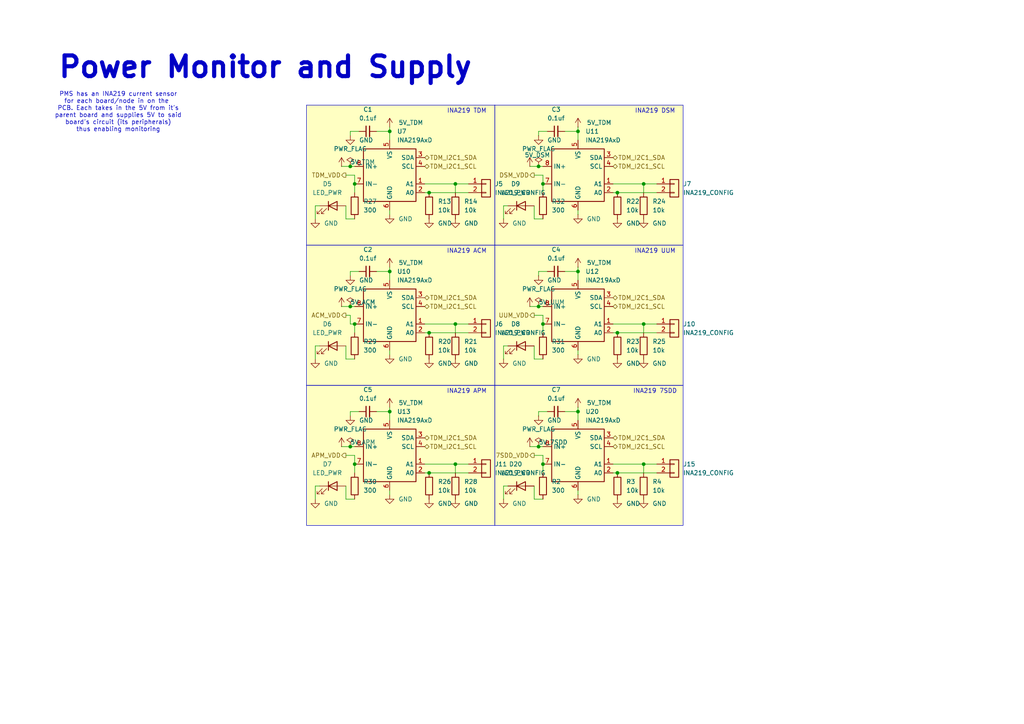
<source format=kicad_sch>
(kicad_sch (version 20250114) (generator "eeschema") (generator_version "9.0")
  (paper "A4")
  (title_block (date "2025-07-21") (rev "2"))
  (lib_symbols
    (symbol "Connector_Generic:Conn_01x02" (pin_names (offset 1.016) (hide yes))
      (property "Reference" "J" (at 0 2.54 0))
      (property "Value" "Conn_01x02" (at 0 -5.08 0))
      (symbol "Conn_01x02_1_1"
        (rectangle (start -1.27 1.27) (end 1.27 -3.81) (stroke (width 0.254)) (fill (type background)))
        (rectangle (start -1.27 0.127) (end 0 -0.127) (stroke (width 0.1524)))
        (rectangle (start -1.27 -2.413) (end 0 -2.667) (stroke (width 0.1524)))
        (pin passive line (at -5.08 0 0) (length 3.81) (name "Pin_1") (number "1"))
        (pin passive line (at -5.08 -2.54 0) (length 3.81) (name "Pin_2") (number "2"))
      )
    )
    (symbol "Device:C_Small" (pin_numbers (hide yes)) (pin_names (offset 0.254) (hide yes))
      (property "Reference" "C" (at 0.254 1.778 0))
      (property "Value" "C_Small" (at 0.254 -2.032 0))
      (symbol "C_Small_0_1"
        (polyline (pts (xy -1.524 0.508) (xy 1.524 0.508)) (stroke (width 0.3048)))
        (polyline (pts (xy -1.524 -0.508) (xy 1.524 -0.508)) (stroke (width 0.3302)))
      )
      (symbol "C_Small_1_1"
        (pin passive line (at 0 2.54 270) (length 2.032) (name "~") (number "1"))
        (pin passive line (at 0 -2.54 90) (length 2.032) (name "~") (number "2"))
      )
    )
    (symbol "Device:LED" (pin_numbers (hide yes)) (pin_names (offset 1.016) (hide yes))
      (property "Reference" "D" (at 0 2.54 0))
      (property "Value" "LED" (at 0 -2.54 0))
      (symbol "LED_0_1"
        (polyline (pts (xy -3.048 -0.762) (xy -4.572 -2.286) (xy -3.81 -2.286) (xy -4.572 -2.286) (xy -4.572 -1.524)))
        (polyline (pts (xy -1.778 -0.762) (xy -3.302 -2.286) (xy -2.54 -2.286) (xy -3.302 -2.286) (xy -3.302 -1.524)))
        (polyline (pts (xy -1.27 0) (xy 1.27 0)))
        (polyline (pts (xy -1.27 -1.27) (xy -1.27 1.27)) (stroke (width 0.254)))
        (polyline (pts (xy 1.27 -1.27) (xy 1.27 1.27) (xy -1.27 0) (xy 1.27 -1.27)) (stroke (width 0.254)))
      )
      (symbol "LED_1_1"
        (pin passive line (at -3.81 0 0) (length 2.54) (name "K") (number "1"))
        (pin passive line (at 3.81 0 180) (length 2.54) (name "A") (number "2"))
      )
    )
    (symbol "Device:R" (pin_numbers (hide yes)) (pin_names (offset 0))
      (property "Reference" "R" (at 2.032 0 90))
      (property "Value" "R" (at 0 0 90))
      (symbol "R_0_1"
        (rectangle (start -1.016 -2.54) (end 1.016 2.54) (stroke (width 0.254)))
      )
      (symbol "R_1_1"
        (pin passive line (at 0 3.81 270) (length 1.27) (name "~") (number "1"))
        (pin passive line (at 0 -3.81 90) (length 1.27) (name "~") (number "2"))
      )
    )
    (symbol "Sensor_Energy:INA219AxD"
      (property "Reference" "U" (at -6.35 8.89 0))
      (property "Value" "INA219AxD" (at 5.08 8.89 0))
      (symbol "INA219AxD_0_1"
        (rectangle (start -7.62 7.62) (end 7.62 -7.62) (stroke (width 0.254)) (fill (type background)))
      )
      (symbol "INA219AxD_1_1"
        (pin input line (at -10.16 2.54 0) (length 2.54) (name "IN+") (number "8"))
        (pin input line (at -10.16 -2.54 0) (length 2.54) (name "IN-") (number "7"))
        (pin power_in line (at 0 10.16 270) (length 2.54) (name "VS") (number "5"))
        (pin power_in line (at 0 -10.16 90) (length 2.54) (name "GND") (number "6"))
        (pin bidirectional line (at 10.16 5.08 180) (length 2.54) (name "SDA") (number "3"))
        (pin input line (at 10.16 2.54 180) (length 2.54) (name "SCL") (number "4"))
        (pin input line (at 10.16 -2.54 180) (length 2.54) (name "A1") (number "1"))
        (pin input line (at 10.16 -5.08 180) (length 2.54) (name "A0") (number "2"))
      )
    )
    (symbol "power:+5V" (power) (pin_numbers (hide yes)) (pin_names (offset 0) (hide yes))
      (property "Value" "+5V" (at 0 3.556 0))
      (symbol "+5V_0_1"
        (polyline (pts (xy -0.762 1.27) (xy 0 2.54)))
        (polyline (pts (xy 0 2.54) (xy 0.762 1.27)))
        (polyline (pts (xy 0 0) (xy 0 2.54)))
      )
      (symbol "+5V_1_1"
        (pin power_in line (at 0 0 90) (length 0) (name "~") (number "1"))
      )
    )
    (symbol "power:GND" (power) (pin_numbers (hide yes)) (pin_names (offset 0) (hide yes))
      (property "Value" "GND" (at 0 -3.81 0))
      (symbol "GND_0_1"
        (polyline (pts (xy 0 0) (xy 0 -1.27) (xy 1.27 -1.27) (xy 0 -2.54) (xy -1.27 -1.27) (xy 0 -1.27)))
      )
      (symbol "GND_1_1"
        (pin power_in line (at 0 0 270) (length 0) (name "~") (number "1"))
      )
    )
    (symbol "power:PWR_FLAG" (power) (pin_numbers (hide yes)) (pin_names (offset 0) (hide yes))
      (property "Value" "PWR_FLAG" (at 0 3.81 0))
      (symbol "PWR_FLAG_0_0"
        (pin power_out line (at 0 0 90) (length 0) (name "~") (number "1"))
      )
      (symbol "PWR_FLAG_0_1"
        (polyline (pts (xy 0 0) (xy 0 1.27) (xy -1.016 1.905) (xy 0 2.54) (xy 1.016 1.905) (xy 0 1.27)))
      )
    )
  )
  (rectangle (start 143.51 71.12) (end 198.12 111.76) (fill (type color) (color 255 255 194 1)))
  (rectangle (start 88.9 71.12) (end 143.51 111.76) (fill (type color) (color 255 255 194 1)))
  (rectangle (start 143.51 30.48) (end 198.12 71.12) (fill (type color) (color 255 255 194 1)))
  (rectangle (start 88.9 111.76) (end 143.51 152.4) (fill (type color) (color 255 255 194 1)))
  (rectangle (start 143.51 111.76) (end 198.12 152.4) (fill (type color) (color 255 255 194 1)))
  (rectangle (start 88.9 30.48) (end 143.51 71.12) (fill (type color) (color 255 255 194 1)))
  (text "PMS has an INA219 current sensor\nfor each board/node in on the \nPCB. Each takes in the 5V from it's\nparent board and supplies 5V to said\nboard's circuit (its peripherals)\nthus enabling monitoring" (at 34.29 32.512 0) (effects (font (size 1.27 1.27))))
  (text "INA219 ACM" (at 135.382 72.898 0) (effects (font (size 1.27 1.27))))
  (text "Power Monitor and Supply" (at 16.51 23.114 0) (effects (font (size 5.9944 5.9944) (thickness 1.1989) (bold yes)) (justify left bottom)))
  (text "INA219 UUM" (at 189.992 72.898 0) (effects (font (size 1.27 1.27))))
  (text "INA219 TDM" (at 135.382 32.258 0) (effects (font (size 1.27 1.27))))
  (text "INA219 APM" (at 135.382 113.538 0) (effects (font (size 1.27 1.27))))
  (text "INA219 DSM" (at 189.992 32.258 0) (effects (font (size 1.27 1.27))))
  (text "INA219 7SDD" (at 189.992 113.538 0) (effects (font (size 1.27 1.27))))
  (junction (at 186.69 93.98))
  (junction (at 167.64 119.38))
  (junction (at 132.08 93.98))
  (junction (at 157.48 53.34))
  (junction (at 157.48 93.98))
  (junction (at 186.69 53.34))
  (junction (at 113.03 119.38))
  (junction (at 124.46 96.52))
  (junction (at 124.46 137.16))
  (junction (at 101.6 129.54))
  (junction (at 156.21 88.9))
  (junction (at 124.46 55.88))
  (junction (at 167.64 38.1))
  (junction (at 167.64 78.74))
  (junction (at 156.21 48.26))
  (junction (at 179.07 96.52))
  (junction (at 157.48 134.62))
  (junction (at 179.07 137.16))
  (junction (at 113.03 78.74))
  (junction (at 102.87 53.34))
  (junction (at 102.87 134.62))
  (junction (at 186.69 134.62))
  (junction (at 179.07 55.88))
  (junction (at 101.6 88.9))
  (junction (at 101.6 48.26))
  (junction (at 132.08 134.62))
  (junction (at 102.87 93.98))
  (junction (at 113.03 38.1))
  (junction (at 156.21 129.54))
  (junction (at 132.08 53.34))
  (wire (pts (xy 186.69 134.62) (xy 186.69 137.16)))
  (wire (pts (xy 167.64 38.1) (xy 167.64 40.64)))
  (wire (pts (xy 132.08 53.34) (xy 132.08 55.88)))
  (wire (pts (xy 186.69 93.98) (xy 190.5 93.98)))
  (wire (pts (xy 132.08 93.98) (xy 132.08 96.52)))
  (wire (pts (xy 156.21 80.01) (xy 156.21 78.74)))
  (wire (pts (xy 102.87 96.52) (xy 102.87 93.98)))
  (wire (pts (xy 153.67 48.26) (xy 156.21 48.26)))
  (wire (pts (xy 157.48 132.08) (xy 157.48 134.62)))
  (wire (pts (xy 163.83 78.74) (xy 167.64 78.74)))
  (wire (pts (xy 177.8 55.88) (xy 179.07 55.88)))
  (wire (pts (xy 102.87 132.08) (xy 102.87 134.62)))
  (wire (pts (xy 154.94 59.69) (xy 154.94 63.5)))
  (wire (pts (xy 100.33 144.78) (xy 102.87 144.78)))
  (wire (pts (xy 146.05 144.78) (xy 146.05 140.97)))
  (wire (pts (xy 167.64 101.6) (xy 167.64 102.87)))
  (wire (pts (xy 132.08 134.62) (xy 132.08 137.16)))
  (wire (pts (xy 167.64 77.47) (xy 167.64 78.74)))
  (wire (pts (xy 156.21 129.54) (xy 157.48 129.54)))
  (wire (pts (xy 167.64 142.24) (xy 167.64 143.51)))
  (wire (pts (xy 146.05 59.69) (xy 147.32 59.69)))
  (wire (pts (xy 124.46 55.88) (xy 135.89 55.88)))
  (wire (pts (xy 91.44 104.14) (xy 91.44 100.33)))
  (wire (pts (xy 99.06 48.26) (xy 101.6 48.26)))
  (wire (pts (xy 124.46 96.52) (xy 135.89 96.52)))
  (wire (pts (xy 101.6 129.54) (xy 102.87 129.54)))
  (wire (pts (xy 101.6 39.37) (xy 101.6 38.1)))
  (wire (pts (xy 167.64 60.96) (xy 167.64 62.23)))
  (wire (pts (xy 113.03 38.1) (xy 113.03 40.64)))
  (wire (pts (xy 123.19 134.62) (xy 132.08 134.62)))
  (wire (pts (xy 123.19 137.16) (xy 124.46 137.16)))
  (wire (pts (xy 179.07 96.52) (xy 190.5 96.52)))
  (wire (pts (xy 146.05 63.5) (xy 146.05 59.69)))
  (wire (pts (xy 157.48 91.44) (xy 157.48 93.98)))
  (wire (pts (xy 100.33 63.5) (xy 102.87 63.5)))
  (wire (pts (xy 154.94 63.5) (xy 157.48 63.5)))
  (wire (pts (xy 123.19 93.98) (xy 132.08 93.98)))
  (wire (pts (xy 132.08 134.62) (xy 135.89 134.62)))
  (wire (pts (xy 154.94 50.8) (xy 157.48 50.8)))
  (wire (pts (xy 99.06 88.9) (xy 101.6 88.9)))
  (wire (pts (xy 167.64 118.11) (xy 167.64 119.38)))
  (wire (pts (xy 177.8 137.16) (xy 179.07 137.16)))
  (wire (pts (xy 113.03 101.6) (xy 113.03 102.87)))
  (wire (pts (xy 123.19 96.52) (xy 124.46 96.52)))
  (wire (pts (xy 100.33 140.97) (xy 100.33 144.78)))
  (wire (pts (xy 186.69 53.34) (xy 186.69 55.88)))
  (wire (pts (xy 163.83 119.38) (xy 167.64 119.38)))
  (wire (pts (xy 154.94 104.14) (xy 157.48 104.14)))
  (wire (pts (xy 102.87 55.88) (xy 102.87 53.34)))
  (wire (pts (xy 102.87 137.16) (xy 102.87 134.62)))
  (wire (pts (xy 101.6 48.26) (xy 102.87 48.26)))
  (wire (pts (xy 91.44 100.33) (xy 92.71 100.33)))
  (wire (pts (xy 101.6 80.01) (xy 101.6 78.74)))
  (wire (pts (xy 177.8 53.34) (xy 186.69 53.34)))
  (wire (pts (xy 100.33 104.14) (xy 102.87 104.14)))
  (wire (pts (xy 154.94 132.08) (xy 157.48 132.08)))
  (wire (pts (xy 99.06 129.54) (xy 101.6 129.54)))
  (wire (pts (xy 156.21 39.37) (xy 156.21 38.1)))
  (wire (pts (xy 146.05 104.14) (xy 146.05 100.33)))
  (wire (pts (xy 154.94 140.97) (xy 154.94 144.78)))
  (wire (pts (xy 154.94 91.44) (xy 157.48 91.44)))
  (wire (pts (xy 113.03 142.24) (xy 113.03 143.51)))
  (wire (pts (xy 100.33 50.8) (xy 102.87 50.8)))
  (wire (pts (xy 113.03 118.11) (xy 113.03 119.38)))
  (wire (pts (xy 177.8 93.98) (xy 186.69 93.98)))
  (wire (pts (xy 157.48 55.88) (xy 157.48 53.34)))
  (wire (pts (xy 157.48 96.52) (xy 157.48 93.98)))
  (wire (pts (xy 109.22 38.1) (xy 113.03 38.1)))
  (wire (pts (xy 154.94 100.33) (xy 154.94 104.14)))
  (wire (pts (xy 167.64 119.38) (xy 167.64 121.92)))
  (wire (pts (xy 177.8 96.52) (xy 179.07 96.52)))
  (wire (pts (xy 156.21 78.74) (xy 158.75 78.74)))
  (wire (pts (xy 113.03 36.83) (xy 113.03 38.1)))
  (wire (pts (xy 101.6 119.38) (xy 104.14 119.38)))
  (wire (pts (xy 101.6 88.9) (xy 102.87 88.9)))
  (wire (pts (xy 100.33 91.44) (xy 101.6 91.44)))
  (wire (pts (xy 156.21 48.26) (xy 157.48 48.26)))
  (wire (pts (xy 100.33 100.33) (xy 100.33 104.14)))
  (wire (pts (xy 102.87 132.08) (xy 100.33 132.08)))
  (wire (pts (xy 186.69 53.34) (xy 190.5 53.34)))
  (wire (pts (xy 102.87 50.8) (xy 102.87 53.34)))
  (wire (pts (xy 156.21 38.1) (xy 158.75 38.1)))
  (wire (pts (xy 186.69 93.98) (xy 186.69 96.52)))
  (wire (pts (xy 177.8 134.62) (xy 186.69 134.62)))
  (wire (pts (xy 113.03 119.38) (xy 113.03 121.92)))
  (wire (pts (xy 146.05 100.33) (xy 147.32 100.33)))
  (wire (pts (xy 101.6 91.44) (xy 101.6 93.98)))
  (wire (pts (xy 91.44 140.97) (xy 92.71 140.97)))
  (wire (pts (xy 153.67 129.54) (xy 156.21 129.54)))
  (wire (pts (xy 101.6 93.98) (xy 102.87 93.98)))
  (wire (pts (xy 179.07 137.16) (xy 190.5 137.16)))
  (wire (pts (xy 186.69 134.62) (xy 190.5 134.62)))
  (wire (pts (xy 153.67 88.9) (xy 156.21 88.9)))
  (wire (pts (xy 91.44 59.69) (xy 92.71 59.69)))
  (wire (pts (xy 101.6 120.65) (xy 101.6 119.38)))
  (wire (pts (xy 113.03 60.96) (xy 113.03 62.23)))
  (wire (pts (xy 101.6 78.74) (xy 104.14 78.74)))
  (wire (pts (xy 124.46 137.16) (xy 135.89 137.16)))
  (wire (pts (xy 163.83 38.1) (xy 167.64 38.1)))
  (wire (pts (xy 179.07 55.88) (xy 190.5 55.88)))
  (wire (pts (xy 156.21 88.9) (xy 157.48 88.9)))
  (wire (pts (xy 132.08 53.34) (xy 135.89 53.34)))
  (wire (pts (xy 91.44 63.5) (xy 91.44 59.69)))
  (wire (pts (xy 101.6 38.1) (xy 104.14 38.1)))
  (wire (pts (xy 91.44 144.78) (xy 91.44 140.97)))
  (wire (pts (xy 167.64 78.74) (xy 167.64 81.28)))
  (wire (pts (xy 156.21 119.38) (xy 158.75 119.38)))
  (wire (pts (xy 132.08 93.98) (xy 135.89 93.98)))
  (wire (pts (xy 109.22 78.74) (xy 113.03 78.74)))
  (wire (pts (xy 123.19 55.88) (xy 124.46 55.88)))
  (wire (pts (xy 109.22 119.38) (xy 113.03 119.38)))
  (wire (pts (xy 146.05 140.97) (xy 147.32 140.97)))
  (wire (pts (xy 156.21 120.65) (xy 156.21 119.38)))
  (wire (pts (xy 167.64 36.83) (xy 167.64 38.1)))
  (wire (pts (xy 154.94 144.78) (xy 157.48 144.78)))
  (wire (pts (xy 123.19 53.34) (xy 132.08 53.34)))
  (wire (pts (xy 113.03 78.74) (xy 113.03 81.28)))
  (wire (pts (xy 157.48 50.8) (xy 157.48 53.34)))
  (wire (pts (xy 157.48 137.16) (xy 157.48 134.62)))
  (wire (pts (xy 113.03 77.47) (xy 113.03 78.74)))
  (wire (pts (xy 100.33 59.69) (xy 100.33 63.5)))
  (hierarchical_label "TDM_I2C1_SCL" (shape bidirectional) (at 177.8 88.9 0))
  (hierarchical_label "TDM_I2C1_SDA" (shape bidirectional) (at 177.8 86.36 0))
  (hierarchical_label "TDM_I2C1_SCL" (shape bidirectional) (at 123.19 129.54 0))
  (hierarchical_label "DSM_VDD" (shape output) (at 154.94 50.8 180))
  (hierarchical_label "TDM_I2C1_SCL" (shape bidirectional) (at 177.8 48.26 0))
  (hierarchical_label "UUM_VDD" (shape output) (at 154.94 91.44 180))
  (hierarchical_label "TDM_I2C1_SDA" (shape bidirectional) (at 123.19 86.36 0))
  (hierarchical_label "TDM_I2C1_SCL" (shape bidirectional) (at 123.19 88.9 0))
  (hierarchical_label "TDM_I2C1_SDA" (shape bidirectional) (at 177.8 127 0))
  (hierarchical_label "TDM_VDD" (shape output) (at 100.33 50.8 180))
  (hierarchical_label "TDM_I2C1_SDA" (shape bidirectional) (at 123.19 45.72 0))
  (hierarchical_label "7SDD_VDD" (shape output) (at 154.94 132.08 180))
  (hierarchical_label "APM_VDD" (shape output) (at 100.33 132.08 180))
  (hierarchical_label "ACM_VDD" (shape output) (at 100.33 91.44 180))
  (hierarchical_label "TDM_I2C1_SCL" (shape bidirectional) (at 177.8 129.54 0))
  (hierarchical_label "TDM_I2C1_SCL" (shape bidirectional) (at 123.19 48.26 0))
  (hierarchical_label "TDM_I2C1_SDA" (shape bidirectional) (at 123.19 127 0))
  (hierarchical_label "TDM_I2C1_SDA" (shape bidirectional) (at 177.8 45.72 0))
  (symbol (lib_id "Device:LED") (at 151.13 140.97 0) (unit 1)
    (property "Reference" "D20" (at 149.5425 134.62 0))
    (property "Value" "LED_PWR" (at 149.5425 137.16 0))
    (property "Footprint" "LED_SMD:LED_0603_1608Metric" (effects (hide yes)))
    (property "Description" "Light emitting diode" (effects (hide yes)))
    (property "Sim.Pins" "1=K 2=A" (effects (hide yes)))
  )
  (symbol (lib_id "Connector_Generic:Conn_01x02") (at 195.58 134.62 0) (unit 1)
    (property "Reference" "J15" (at 198.12 134.6199 0) (effects (justify left)))
    (property "Value" "INA219_CONFIG" (at 198.12 137.1599 0) (effects (justify left)))
    (property "Footprint" "Connector_PinHeader_1.00mm:PinHeader_1x02_P1.00mm_Horizontal" (effects (hide yes)))
    (property "Description" "Generic connector, single row, 01x02, script generated (kicad-library-utils/schlib/autogen/connector/)" (effects (hide yes)))
  )
  (symbol (lib_id "Sensor_Energy:INA219AxD") (at 113.03 91.44 0) (unit 1)
    (property "Reference" "U10" (at 115.1733 78.74 0) (effects (justify left)))
    (property "Value" "INA219AxD" (at 115.1733 81.28 0) (effects (justify left)))
    (property "Footprint" "Package_SO:SOIC-8_3.9x4.9mm_P1.27mm" (effects (hide yes)))
    (property "Datasheet" "http://www.ti.com/lit/ds/symlink/ina219.pdf" (effects (hide yes)))
    (property "Description" "Zero-Drift, Bidirectional Current/Power Monitor (0-26V) With I2C Interface, SOIC-8" (effects (hide yes)))
  )
  (symbol (lib_id "power:GND") (at 91.44 63.5 0) (unit 1)
    (property "Reference" "#PWR074" (effects (hide yes)))
    (property "Value" "GND" (at 93.98 64.7699 0) (effects (justify left)))
    (property "Description" "Power symbol creates a global label with name \"GND\" , ground" (effects (hide yes)))
  )
  (symbol (lib_id "power:GND") (at 132.08 144.78 0) (unit 1)
    (property "Reference" "#PWR078" (effects (hide yes)))
    (property "Value" "GND" (at 134.62 146.0499 0) (effects (justify left)))
    (property "Description" "Power symbol creates a global label with name \"GND\" , ground" (effects (hide yes)))
  )
  (symbol (lib_id "Device:LED") (at 96.52 140.97 0) (unit 1)
    (property "Reference" "D7" (at 94.9325 134.62 0))
    (property "Value" "LED_PWR" (at 94.9325 137.16 0))
    (property "Footprint" "LED_SMD:LED_0603_1608Metric" (effects (hide yes)))
    (property "Description" "Light emitting diode" (effects (hide yes)))
    (property "Sim.Pins" "1=K 2=A" (effects (hide yes)))
  )
  (symbol (lib_id "Connector_Generic:Conn_01x02") (at 140.97 53.34 0) (unit 1)
    (property "Reference" "J5" (at 143.51 53.3399 0) (effects (justify left)))
    (property "Value" "INA219_CONFIG" (at 143.51 55.8799 0) (effects (justify left)))
    (property "Footprint" "Connector_PinHeader_1.00mm:PinHeader_1x02_P1.00mm_Horizontal" (effects (hide yes)))
    (property "Description" "Generic connector, single row, 01x02, script generated (kicad-library-utils/schlib/autogen/connector/)" (effects (hide yes)))
  )
  (symbol (lib_id "power:GND") (at 146.05 63.5 0) (unit 1)
    (property "Reference" "#PWR080" (effects (hide yes)))
    (property "Value" "GND" (at 148.59 64.7699 0) (effects (justify left)))
    (property "Description" "Power symbol creates a global label with name \"GND\" , ground" (effects (hide yes)))
  )
  (symbol (lib_id "Device:R") (at 179.07 140.97 180) (unit 1)
    (property "Reference" "R3" (at 181.61 139.6999 0) (effects (justify right)))
    (property "Value" "10k" (at 181.61 142.2399 0) (effects (justify right)))
    (property "Footprint" "Resistor_SMD:R_0805_2012Metric_Pad1.20x1.40mm_HandSolder" (effects (hide yes)))
    (property "Description" "Resistor" (effects (hide yes)))
    (property "DigiKey_Part_Number" "311-10.0KCRCT-ND" (effects (hide yes)))
    (property "Price" "0.0129" (effects (hide yes)))
  )
  (symbol (lib_id "power:+5V") (at 99.06 88.9 0) (unit 1)
    (property "Reference" "#PWR040" (effects (hide yes)))
    (property "Value" "5V_ACM" (at 101.6 87.6299 0) (effects (justify left)))
    (property "Description" "Power symbol creates a global label with name \"+5V\"" (effects (hide yes)))
  )
  (symbol (lib_id "Device:R") (at 157.48 140.97 180) (unit 1)
    (property "Reference" "R2" (at 160.02 139.6999 0) (effects (justify right)))
    (property "Value" "300" (at 160.02 142.2399 0) (effects (justify right)))
    (property "Footprint" "Resistor_SMD:R_0805_2012Metric_Pad1.20x1.40mm_HandSolder" (effects (hide yes)))
    (property "Description" "Resistor" (effects (hide yes)))
    (property "DigiKey_Part_Number" "311-10.0KCRCT-ND" (effects (hide yes)))
    (property "Price" "0.0129" (effects (hide yes)))
  )
  (symbol (lib_id "Device:R") (at 186.69 100.33 180) (unit 1)
    (property "Reference" "R25" (at 189.23 99.0599 0) (effects (justify right)))
    (property "Value" "10k" (at 189.23 101.5999 0) (effects (justify right)))
    (property "Footprint" "Resistor_SMD:R_0805_2012Metric_Pad1.20x1.40mm_HandSolder" (effects (hide yes)))
    (property "Description" "Resistor" (effects (hide yes)))
    (property "DigiKey_Part_Number" "311-10.0KCRCT-ND" (effects (hide yes)))
    (property "Price" "0.0129" (effects (hide yes)))
  )
  (symbol (lib_id "power:+5V") (at 113.03 77.47 0) (unit 1)
    (property "Reference" "#PWR048" (effects (hide yes)))
    (property "Value" "5V_TDM" (at 115.57 76.1999 0) (effects (justify left)))
    (property "Description" "Power symbol creates a global label with name \"+5V\"" (effects (hide yes)))
  )
  (symbol (lib_id "Device:LED") (at 151.13 100.33 0) (unit 1)
    (property "Reference" "D8" (at 149.5425 93.98 0))
    (property "Value" "LED_PWR" (at 149.5425 96.52 0))
    (property "Footprint" "LED_SMD:LED_0603_1608Metric" (effects (hide yes)))
    (property "Description" "Light emitting diode" (effects (hide yes)))
    (property "Sim.Pins" "1=K 2=A" (effects (hide yes)))
  )
  (symbol (lib_id "Device:LED") (at 96.52 100.33 0) (unit 1)
    (property "Reference" "D6" (at 94.9325 93.98 0))
    (property "Value" "LED_PWR" (at 94.9325 96.52 0))
    (property "Footprint" "LED_SMD:LED_0603_1608Metric" (effects (hide yes)))
    (property "Description" "Light emitting diode" (effects (hide yes)))
    (property "Sim.Pins" "1=K 2=A" (effects (hide yes)))
  )
  (symbol (lib_id "power:PWR_FLAG") (at 156.21 48.26 0) (unit 1)
    (property "Reference" "#FLG011" (effects (hide yes)))
    (property "Value" "PWR_FLAG" (at 156.21 43.18 0))
    (property "Description" "Special symbol for telling ERC where power comes from" (effects (hide yes)))
  )
  (symbol (lib_id "Sensor_Energy:INA219AxD") (at 167.64 91.44 0) (unit 1)
    (property "Reference" "U12" (at 169.7833 78.74 0) (effects (justify left)))
    (property "Value" "INA219AxD" (at 169.7833 81.28 0) (effects (justify left)))
    (property "Footprint" "Package_SO:SOIC-8_3.9x4.9mm_P1.27mm" (effects (hide yes)))
    (property "Datasheet" "http://www.ti.com/lit/ds/symlink/ina219.pdf" (effects (hide yes)))
    (property "Description" "Zero-Drift, Bidirectional Current/Power Monitor (0-26V) With I2C Interface, SOIC-8" (effects (hide yes)))
  )
  (symbol (lib_id "power:+5V") (at 167.64 36.83 0) (unit 1)
    (property "Reference" "#PWR052" (effects (hide yes)))
    (property "Value" "5V_TDM" (at 170.18 35.5599 0) (effects (justify left)))
    (property "Description" "Power symbol creates a global label with name \"+5V\"" (effects (hide yes)))
  )
  (symbol (lib_id "Device:C_Small") (at 161.29 38.1 90) (unit 1)
    (property "Reference" "C3" (at 161.2963 31.75 90))
    (property "Value" "0.1uf" (at 161.2963 34.29 90))
    (property "Footprint" "Capacitor_SMD:C_0805_2012Metric" (effects (hide yes)))
    (property "Description" "Unpolarized capacitor, small symbol" (effects (hide yes)))
  )
  (symbol (lib_id "Sensor_Energy:INA219AxD") (at 167.64 132.08 0) (unit 1)
    (property "Reference" "U20" (at 169.7833 119.38 0) (effects (justify left)))
    (property "Value" "INA219AxD" (at 169.7833 121.92 0) (effects (justify left)))
    (property "Footprint" "Package_SO:SOIC-8_3.9x4.9mm_P1.27mm" (effects (hide yes)))
    (property "Datasheet" "http://www.ti.com/lit/ds/symlink/ina219.pdf" (effects (hide yes)))
    (property "Description" "Zero-Drift, Bidirectional Current/Power Monitor (0-26V) With I2C Interface, SOIC-8" (effects (hide yes)))
  )
  (symbol (lib_id "Connector_Generic:Conn_01x02") (at 140.97 134.62 0) (unit 1)
    (property "Reference" "J11" (at 143.51 134.6199 0) (effects (justify left)))
    (property "Value" "INA219_CONFIG" (at 143.51 137.1599 0) (effects (justify left)))
    (property "Footprint" "Connector_PinHeader_1.00mm:PinHeader_1x02_P1.00mm_Horizontal" (effects (hide yes)))
    (property "Description" "Generic connector, single row, 01x02, script generated (kicad-library-utils/schlib/autogen/connector/)" (effects (hide yes)))
  )
  (symbol (lib_id "power:+5V") (at 153.67 129.54 0) (unit 1)
    (property "Reference" "#PWR016" (effects (hide yes)))
    (property "Value" "5V_7SDD" (at 156.21 128.2699 0) (effects (justify left)))
    (property "Description" "Power symbol creates a global label with name \"+5V\"" (effects (hide yes)))
  )
  (symbol (lib_id "power:GND") (at 132.08 63.5 0) (unit 1)
    (property "Reference" "#PWR057" (effects (hide yes)))
    (property "Value" "GND" (at 134.62 64.7699 0) (effects (justify left)))
    (property "Description" "Power symbol creates a global label with name \"GND\" , ground" (effects (hide yes)))
  )
  (symbol (lib_id "power:GND") (at 156.21 120.65 0) (unit 1)
    (property "Reference" "#PWR017" (effects (hide yes)))
    (property "Value" "GND" (at 158.75 121.9199 0) (effects (justify left)))
    (property "Description" "Power symbol creates a global label with name \"GND\" , ground" (effects (hide yes)))
  )
  (symbol (lib_id "Sensor_Energy:INA219AxD") (at 167.64 50.8 0) (unit 1)
    (property "Reference" "U11" (at 169.7833 38.1 0) (effects (justify left)))
    (property "Value" "INA219AxD" (at 169.7833 40.64 0) (effects (justify left)))
    (property "Footprint" "Package_SO:SOIC-8_3.9x4.9mm_P1.27mm" (effects (hide yes)))
    (property "Datasheet" "http://www.ti.com/lit/ds/symlink/ina219.pdf" (effects (hide yes)))
    (property "Description" "Zero-Drift, Bidirectional Current/Power Monitor (0-26V) With I2C Interface, SOIC-8" (effects (hide yes)))
  )
  (symbol (lib_id "power:GND") (at 132.08 104.14 0) (unit 1)
    (property "Reference" "#PWR061" (effects (hide yes)))
    (property "Value" "GND" (at 134.62 105.4099 0) (effects (justify left)))
    (property "Description" "Power symbol creates a global label with name \"GND\" , ground" (effects (hide yes)))
  )
  (symbol (lib_id "power:PWR_FLAG") (at 101.6 48.26 0) (unit 1)
    (property "Reference" "#FLG010" (effects (hide yes)))
    (property "Value" "PWR_FLAG" (at 101.6 43.18 0))
    (property "Description" "Special symbol for telling ERC where power comes from" (effects (hide yes)))
  )
  (symbol (lib_id "Connector_Generic:Conn_01x02") (at 195.58 53.34 0) (unit 1)
    (property "Reference" "J7" (at 198.12 53.3399 0) (effects (justify left)))
    (property "Value" "INA219_CONFIG" (at 198.12 55.8799 0) (effects (justify left)))
    (property "Footprint" "Connector_PinHeader_1.00mm:PinHeader_1x02_P1.00mm_Horizontal" (effects (hide yes)))
    (property "Description" "Generic connector, single row, 01x02, script generated (kicad-library-utils/schlib/autogen/connector/)" (effects (hide yes)))
  )
  (symbol (lib_id "power:GND") (at 179.07 144.78 0) (unit 1)
    (property "Reference" "#PWR020" (effects (hide yes)))
    (property "Value" "GND" (at 181.61 146.0499 0) (effects (justify left)))
    (property "Description" "Power symbol creates a global label with name \"GND\" , ground" (effects (hide yes)))
  )
  (symbol (lib_id "Device:R") (at 157.48 100.33 180) (unit 1)
    (property "Reference" "R31" (at 160.02 99.0599 0) (effects (justify right)))
    (property "Value" "300" (at 160.02 101.5999 0) (effects (justify right)))
    (property "Footprint" "Resistor_SMD:R_0805_2012Metric_Pad1.20x1.40mm_HandSolder" (effects (hide yes)))
    (property "Description" "Resistor" (effects (hide yes)))
    (property "DigiKey_Part_Number" "311-10.0KCRCT-ND" (effects (hide yes)))
    (property "Price" "0.0129" (effects (hide yes)))
  )
  (symbol (lib_id "power:GND") (at 124.46 144.78 0) (unit 1)
    (property "Reference" "#PWR076" (effects (hide yes)))
    (property "Value" "GND" (at 127 146.0499 0) (effects (justify left)))
    (property "Description" "Power symbol creates a global label with name \"GND\" , ground" (effects (hide yes)))
  )
  (symbol (lib_id "Device:R") (at 157.48 59.69 180) (unit 1)
    (property "Reference" "R32" (at 160.02 58.4199 0) (effects (justify right)))
    (property "Value" "300" (at 160.02 60.9599 0) (effects (justify right)))
    (property "Footprint" "Resistor_SMD:R_0805_2012Metric_Pad1.20x1.40mm_HandSolder" (effects (hide yes)))
    (property "Description" "Resistor" (effects (hide yes)))
    (property "DigiKey_Part_Number" "311-10.0KCRCT-ND" (effects (hide yes)))
    (property "Price" "0.0129" (effects (hide yes)))
  )
  (symbol (lib_id "power:GND") (at 167.64 62.23 0) (unit 1)
    (property "Reference" "#PWR053" (effects (hide yes)))
    (property "Value" "GND" (at 170.18 63.4999 0) (effects (justify left)))
    (property "Description" "Power symbol creates a global label with name \"GND\" , ground" (effects (hide yes)))
  )
  (symbol (lib_id "Device:R") (at 132.08 140.97 180) (unit 1)
    (property "Reference" "R28" (at 134.62 139.6999 0) (effects (justify right)))
    (property "Value" "10k" (at 134.62 142.2399 0) (effects (justify right)))
    (property "Footprint" "Resistor_SMD:R_0805_2012Metric_Pad1.20x1.40mm_HandSolder" (effects (hide yes)))
    (property "Description" "Resistor" (effects (hide yes)))
    (property "DigiKey_Part_Number" "311-10.0KCRCT-ND" (effects (hide yes)))
    (property "Price" "0.0129" (effects (hide yes)))
  )
  (symbol (lib_id "power:GND") (at 156.21 80.01 0) (unit 1)
    (property "Reference" "#PWR063" (effects (hide yes)))
    (property "Value" "GND" (at 158.75 81.2799 0) (effects (justify left)))
    (property "Description" "Power symbol creates a global label with name \"GND\" , ground" (effects (hide yes)))
  )
  (symbol (lib_id "power:PWR_FLAG") (at 101.6 129.54 0) (unit 1)
    (property "Reference" "#FLG012" (effects (hide yes)))
    (property "Value" "PWR_FLAG" (at 101.6 124.46 0))
    (property "Description" "Special symbol for telling ERC where power comes from" (effects (hide yes)))
  )
  (symbol (lib_id "power:GND") (at 91.44 144.78 0) (unit 1)
    (property "Reference" "#PWR077" (effects (hide yes)))
    (property "Value" "GND" (at 93.98 146.0499 0) (effects (justify left)))
    (property "Description" "Power symbol creates a global label with name \"GND\" , ground" (effects (hide yes)))
  )
  (symbol (lib_id "Device:R") (at 102.87 100.33 180) (unit 1)
    (property "Reference" "R29" (at 105.41 99.0599 0) (effects (justify right)))
    (property "Value" "300" (at 105.41 101.5999 0) (effects (justify right)))
    (property "Footprint" "Resistor_SMD:R_0805_2012Metric_Pad1.20x1.40mm_HandSolder" (effects (hide yes)))
    (property "Description" "Resistor" (effects (hide yes)))
    (property "DigiKey_Part_Number" "311-10.0KCRCT-ND" (effects (hide yes)))
    (property "Price" "0.0129" (effects (hide yes)))
  )
  (symbol (lib_id "power:GND") (at 146.05 104.14 0) (unit 1)
    (property "Reference" "#PWR079" (effects (hide yes)))
    (property "Value" "GND" (at 148.59 105.4099 0) (effects (justify left)))
    (property "Description" "Power symbol creates a global label with name \"GND\" , ground" (effects (hide yes)))
  )
  (symbol (lib_id "Device:C_Small") (at 106.68 38.1 90) (unit 1)
    (property "Reference" "C1" (at 106.6863 31.75 90))
    (property "Value" "0.1uf" (at 106.6863 34.29 90))
    (property "Footprint" "Capacitor_SMD:C_0805_2012Metric" (effects (hide yes)))
    (property "Description" "Unpolarized capacitor, small symbol" (effects (hide yes)))
  )
  (symbol (lib_id "Device:C_Small") (at 161.29 78.74 90) (unit 1)
    (property "Reference" "C4" (at 161.2963 72.39 90))
    (property "Value" "0.1uf" (at 161.2963 74.93 90))
    (property "Footprint" "Capacitor_SMD:C_0805_2012Metric" (effects (hide yes)))
    (property "Description" "Unpolarized capacitor, small symbol" (effects (hide yes)))
  )
  (symbol (lib_id "power:PWR_FLAG") (at 156.21 129.54 0) (unit 1)
    (property "Reference" "#FLG015" (effects (hide yes)))
    (property "Value" "PWR_FLAG" (at 156.21 124.46 0))
    (property "Description" "Special symbol for telling ERC where power comes from" (effects (hide yes)))
  )
  (symbol (lib_id "power:GND") (at 113.03 102.87 0) (unit 1)
    (property "Reference" "#PWR049" (effects (hide yes)))
    (property "Value" "GND" (at 115.57 104.1399 0) (effects (justify left)))
    (property "Description" "Power symbol creates a global label with name \"GND\" , ground" (effects (hide yes)))
  )
  (symbol (lib_id "Connector_Generic:Conn_01x02") (at 195.58 93.98 0) (unit 1)
    (property "Reference" "J10" (at 198.12 93.9799 0) (effects (justify left)))
    (property "Value" "INA219_CONFIG" (at 198.12 96.5199 0) (effects (justify left)))
    (property "Footprint" "Connector_PinHeader_1.00mm:PinHeader_1x02_P1.00mm_Horizontal" (effects (hide yes)))
    (property "Description" "Generic connector, single row, 01x02, script generated (kicad-library-utils/schlib/autogen/connector/)" (effects (hide yes)))
  )
  (symbol (lib_id "power:GND") (at 113.03 62.23 0) (unit 1)
    (property "Reference" "#PWR034" (effects (hide yes)))
    (property "Value" "GND" (at 115.57 63.4999 0) (effects (justify left)))
    (property "Description" "Power symbol creates a global label with name \"GND\" , ground" (effects (hide yes)))
  )
  (symbol (lib_id "power:GND") (at 179.07 63.5 0) (unit 1)
    (property "Reference" "#PWR064" (effects (hide yes)))
    (property "Value" "GND" (at 181.61 64.7699 0) (effects (justify left)))
    (property "Description" "Power symbol creates a global label with name \"GND\" , ground" (effects (hide yes)))
  )
  (symbol (lib_id "power:GND") (at 186.69 63.5 0) (unit 1)
    (property "Reference" "#PWR066" (effects (hide yes)))
    (property "Value" "GND" (at 189.23 64.7699 0) (effects (justify left)))
    (property "Description" "Power symbol creates a global label with name \"GND\" , ground" (effects (hide yes)))
  )
  (symbol (lib_id "Device:R") (at 186.69 59.69 180) (unit 1)
    (property "Reference" "R24" (at 189.23 58.4199 0) (effects (justify right)))
    (property "Value" "10k" (at 189.23 60.9599 0) (effects (justify right)))
    (property "Footprint" "Resistor_SMD:R_0805_2012Metric_Pad1.20x1.40mm_HandSolder" (effects (hide yes)))
    (property "Description" "Resistor" (effects (hide yes)))
    (property "DigiKey_Part_Number" "311-10.0KCRCT-ND" (effects (hide yes)))
    (property "Price" "0.0129" (effects (hide yes)))
  )
  (symbol (lib_id "power:+5V") (at 99.06 48.26 0) (unit 1)
    (property "Reference" "#PWR035" (effects (hide yes)))
    (property "Value" "5V_TDM" (at 101.6 46.9899 0) (effects (justify left)))
    (property "Description" "Power symbol creates a global label with name \"+5V\"" (effects (hide yes)))
  )
  (symbol (lib_id "power:GND") (at 186.69 144.78 0) (unit 1)
    (property "Reference" "#PWR021" (effects (hide yes)))
    (property "Value" "GND" (at 189.23 146.0499 0) (effects (justify left)))
    (property "Description" "Power symbol creates a global label with name \"GND\" , ground" (effects (hide yes)))
  )
  (symbol (lib_id "Device:R") (at 124.46 59.69 180) (unit 1)
    (property "Reference" "R13" (at 127 58.4199 0) (effects (justify right)))
    (property "Value" "10k" (at 127 60.9599 0) (effects (justify right)))
    (property "Footprint" "Resistor_SMD:R_0805_2012Metric_Pad1.20x1.40mm_HandSolder" (effects (hide yes)))
    (property "Description" "Resistor" (effects (hide yes)))
    (property "DigiKey_Part_Number" "311-10.0KCRCT-ND" (effects (hide yes)))
    (property "Price" "0.0129" (effects (hide yes)))
  )
  (symbol (lib_id "Device:C_Small") (at 106.68 119.38 90) (unit 1)
    (property "Reference" "C5" (at 106.6863 113.03 90))
    (property "Value" "0.1uf" (at 106.6863 115.57 90))
    (property "Footprint" "Capacitor_SMD:C_0805_2012Metric" (effects (hide yes)))
    (property "Description" "Unpolarized capacitor, small symbol" (effects (hide yes)))
  )
  (symbol (lib_id "power:GND") (at 156.21 39.37 0) (unit 1)
    (property "Reference" "#PWR062" (effects (hide yes)))
    (property "Value" "GND" (at 158.75 40.6399 0) (effects (justify left)))
    (property "Description" "Power symbol creates a global label with name \"GND\" , ground" (effects (hide yes)))
  )
  (symbol (lib_id "power:GND") (at 124.46 104.14 0) (unit 1)
    (property "Reference" "#PWR060" (effects (hide yes)))
    (property "Value" "GND" (at 127 105.4099 0) (effects (justify left)))
    (property "Description" "Power symbol creates a global label with name \"GND\" , ground" (effects (hide yes)))
  )
  (symbol (lib_id "power:GND") (at 179.07 104.14 0) (unit 1)
    (property "Reference" "#PWR065" (effects (hide yes)))
    (property "Value" "GND" (at 181.61 105.4099 0) (effects (justify left)))
    (property "Description" "Power symbol creates a global label with name \"GND\" , ground" (effects (hide yes)))
  )
  (symbol (lib_id "Device:R") (at 179.07 59.69 180) (unit 1)
    (property "Reference" "R22" (at 181.61 58.4199 0) (effects (justify right)))
    (property "Value" "10k" (at 181.61 60.9599 0) (effects (justify right)))
    (property "Footprint" "Resistor_SMD:R_0805_2012Metric_Pad1.20x1.40mm_HandSolder" (effects (hide yes)))
    (property "Description" "Resistor" (effects (hide yes)))
    (property "DigiKey_Part_Number" "311-10.0KCRCT-ND" (effects (hide yes)))
    (property "Price" "0.0129" (effects (hide yes)))
  )
  (symbol (lib_id "power:+5V") (at 99.06 129.54 0) (unit 1)
    (property "Reference" "#PWR068" (effects (hide yes)))
    (property "Value" "5V_APM" (at 101.6 128.2699 0) (effects (justify left)))
    (property "Description" "Power symbol creates a global label with name \"+5V\"" (effects (hide yes)))
  )
  (symbol (lib_id "power:+5V") (at 167.64 77.47 0) (unit 1)
    (property "Reference" "#PWR054" (effects (hide yes)))
    (property "Value" "5V_TDM" (at 170.18 76.1999 0) (effects (justify left)))
    (property "Description" "Power symbol creates a global label with name \"+5V\"" (effects (hide yes)))
  )
  (symbol (lib_id "power:GND") (at 186.69 104.14 0) (unit 1)
    (property "Reference" "#PWR067" (effects (hide yes)))
    (property "Value" "GND" (at 189.23 105.4099 0) (effects (justify left)))
    (property "Description" "Power symbol creates a global label with name \"GND\" , ground" (effects (hide yes)))
  )
  (symbol (lib_id "power:GND") (at 167.64 102.87 0) (unit 1)
    (property "Reference" "#PWR055" (effects (hide yes)))
    (property "Value" "GND" (at 170.18 104.1399 0) (effects (justify left)))
    (property "Description" "Power symbol creates a global label with name \"GND\" , ground" (effects (hide yes)))
  )
  (symbol (lib_id "Device:R") (at 132.08 59.69 180) (unit 1)
    (property "Reference" "R14" (at 134.62 58.4199 0) (effects (justify right)))
    (property "Value" "10k" (at 134.62 60.9599 0) (effects (justify right)))
    (property "Footprint" "Resistor_SMD:R_0805_2012Metric_Pad1.20x1.40mm_HandSolder" (effects (hide yes)))
    (property "Description" "Resistor" (effects (hide yes)))
    (property "DigiKey_Part_Number" "311-10.0KCRCT-ND" (effects (hide yes)))
    (property "Price" "0.0129" (effects (hide yes)))
  )
  (symbol (lib_id "Sensor_Energy:INA219AxD") (at 113.03 50.8 0) (unit 1)
    (property "Reference" "U7" (at 115.1733 38.1 0) (effects (justify left)))
    (property "Value" "INA219AxD" (at 115.1733 40.64 0) (effects (justify left)))
    (property "Footprint" "Package_SO:SOIC-8_3.9x4.9mm_P1.27mm" (effects (hide yes)))
    (property "Datasheet" "http://www.ti.com/lit/ds/symlink/ina219.pdf" (effects (hide yes)))
    (property "Description" "Zero-Drift, Bidirectional Current/Power Monitor (0-26V) With I2C Interface, SOIC-8" (effects (hide yes)))
  )
  (symbol (lib_id "Device:R") (at 124.46 140.97 180) (unit 1)
    (property "Reference" "R26" (at 127 139.6999 0) (effects (justify right)))
    (property "Value" "10k" (at 127 142.2399 0) (effects (justify right)))
    (property "Footprint" "Resistor_SMD:R_0805_2012Metric_Pad1.20x1.40mm_HandSolder" (effects (hide yes)))
    (property "Description" "Resistor" (effects (hide yes)))
    (property "DigiKey_Part_Number" "311-10.0KCRCT-ND" (effects (hide yes)))
    (property "Price" "0.0129" (effects (hide yes)))
  )
  (symbol (lib_id "Device:C_Small") (at 106.68 78.74 90) (unit 1)
    (property "Reference" "C2" (at 106.6863 72.39 90))
    (property "Value" "0.1uf" (at 106.6863 74.93 90))
    (property "Footprint" "Capacitor_SMD:C_0805_2012Metric" (effects (hide yes)))
    (property "Description" "Unpolarized capacitor, small symbol" (effects (hide yes)))
  )
  (symbol (lib_id "Device:R") (at 186.69 140.97 180) (unit 1)
    (property "Reference" "R4" (at 189.23 139.6999 0) (effects (justify right)))
    (property "Value" "10k" (at 189.23 142.2399 0) (effects (justify right)))
    (property "Footprint" "Resistor_SMD:R_0805_2012Metric_Pad1.20x1.40mm_HandSolder" (effects (hide yes)))
    (property "Description" "Resistor" (effects (hide yes)))
    (property "DigiKey_Part_Number" "311-10.0KCRCT-ND" (effects (hide yes)))
    (property "Price" "0.0129" (effects (hide yes)))
  )
  (symbol (lib_id "Device:R") (at 179.07 100.33 180) (unit 1)
    (property "Reference" "R23" (at 181.61 99.0599 0) (effects (justify right)))
    (property "Value" "10k" (at 181.61 101.5999 0) (effects (justify right)))
    (property "Footprint" "Resistor_SMD:R_0805_2012Metric_Pad1.20x1.40mm_HandSolder" (effects (hide yes)))
    (property "Description" "Resistor" (effects (hide yes)))
    (property "DigiKey_Part_Number" "311-10.0KCRCT-ND" (effects (hide yes)))
    (property "Price" "0.0129" (effects (hide yes)))
  )
  (symbol (lib_id "power:+5V") (at 153.67 48.26 0) (unit 1)
    (property "Reference" "#PWR050" (effects (hide yes)))
    (property "Value" "5V_DSM" (at 152.146 44.958 0) (effects (justify left)))
    (property "Description" "Power symbol creates a global label with name \"+5V\"" (effects (hide yes)))
  )
  (symbol (lib_id "power:GND") (at 167.64 143.51 0) (unit 1)
    (property "Reference" "#PWR019" (effects (hide yes)))
    (property "Value" "GND" (at 170.18 144.7799 0) (effects (justify left)))
    (property "Description" "Power symbol creates a global label with name \"GND\" , ground" (effects (hide yes)))
  )
  (symbol (lib_id "power:GND") (at 101.6 120.65 0) (unit 1)
    (property "Reference" "#PWR070" (effects (hide yes)))
    (property "Value" "GND" (at 104.14 121.9199 0) (effects (justify left)))
    (property "Description" "Power symbol creates a global label with name \"GND\" , ground" (effects (hide yes)))
  )
  (symbol (lib_id "power:GND") (at 113.03 143.51 0) (unit 1)
    (property "Reference" "#PWR073" (effects (hide yes)))
    (property "Value" "GND" (at 115.57 144.7799 0) (effects (justify left)))
    (property "Description" "Power symbol creates a global label with name \"GND\" , ground" (effects (hide yes)))
  )
  (symbol (lib_id "Device:R") (at 132.08 100.33 180) (unit 1)
    (property "Reference" "R21" (at 134.62 99.0599 0) (effects (justify right)))
    (property "Value" "10k" (at 134.62 101.5999 0) (effects (justify right)))
    (property "Footprint" "Resistor_SMD:R_0805_2012Metric_Pad1.20x1.40mm_HandSolder" (effects (hide yes)))
    (property "Description" "Resistor" (effects (hide yes)))
    (property "DigiKey_Part_Number" "311-10.0KCRCT-ND" (effects (hide yes)))
    (property "Price" "0.0129" (effects (hide yes)))
  )
  (symbol (lib_id "power:+5V") (at 113.03 36.83 0) (unit 1)
    (property "Reference" "#PWR029" (effects (hide yes)))
    (property "Value" "5V_TDM" (at 115.57 35.5599 0) (effects (justify left)))
    (property "Description" "Power symbol creates a global label with name \"+5V\"" (effects (hide yes)))
  )
  (symbol (lib_id "power:+5V") (at 113.03 118.11 0) (unit 1)
    (property "Reference" "#PWR072" (effects (hide yes)))
    (property "Value" "5V_TDM" (at 115.57 116.8399 0) (effects (justify left)))
    (property "Description" "Power symbol creates a global label with name \"+5V\"" (effects (hide yes)))
  )
  (symbol (lib_id "Device:R") (at 124.46 100.33 180) (unit 1)
    (property "Reference" "R20" (at 127 99.0599 0) (effects (justify right)))
    (property "Value" "10k" (at 127 101.5999 0) (effects (justify right)))
    (property "Footprint" "Resistor_SMD:R_0805_2012Metric_Pad1.20x1.40mm_HandSolder" (effects (hide yes)))
    (property "Description" "Resistor" (effects (hide yes)))
    (property "DigiKey_Part_Number" "311-10.0KCRCT-ND" (effects (hide yes)))
    (property "Price" "0.0129" (effects (hide yes)))
  )
  (symbol (lib_id "power:+5V") (at 167.64 118.11 0) (unit 1)
    (property "Reference" "#PWR018" (effects (hide yes)))
    (property "Value" "5V_TDM" (at 170.18 116.8399 0) (effects (justify left)))
    (property "Description" "Power symbol creates a global label with name \"+5V\"" (effects (hide yes)))
  )
  (symbol (lib_id "Device:C_Small") (at 161.29 119.38 90) (unit 1)
    (property "Reference" "C7" (at 161.2963 113.03 90))
    (property "Value" "0.1uf" (at 161.2963 115.57 90))
    (property "Footprint" "Capacitor_SMD:C_0805_2012Metric" (effects (hide yes)))
    (property "Description" "Unpolarized capacitor, small symbol" (effects (hide yes)))
  )
  (symbol (lib_id "power:GND") (at 101.6 80.01 0) (unit 1)
    (property "Reference" "#PWR059" (effects (hide yes)))
    (property "Value" "GND" (at 104.14 81.2799 0) (effects (justify left)))
    (property "Description" "Power symbol creates a global label with name \"GND\" , ground" (effects (hide yes)))
  )
  (symbol (lib_id "power:PWR_FLAG") (at 156.21 88.9 0) (unit 1)
    (property "Reference" "#FLG06" (effects (hide yes)))
    (property "Value" "PWR_FLAG" (at 156.21 83.82 0))
    (property "Description" "Special symbol for telling ERC where power comes from" (effects (hide yes)))
  )
  (symbol (lib_id "power:GND") (at 91.44 104.14 0) (unit 1)
    (property "Reference" "#PWR075" (effects (hide yes)))
    (property "Value" "GND" (at 93.98 105.4099 0) (effects (justify left)))
    (property "Description" "Power symbol creates a global label with name \"GND\" , ground" (effects (hide yes)))
  )
  (symbol (lib_id "power:PWR_FLAG") (at 101.6 88.9 0) (unit 1)
    (property "Reference" "#FLG09" (effects (hide yes)))
    (property "Value" "PWR_FLAG" (at 101.6 83.82 0))
    (property "Description" "Special symbol for telling ERC where power comes from" (effects (hide yes)))
  )
  (symbol (lib_id "Device:R") (at 102.87 59.69 180) (unit 1)
    (property "Reference" "R27" (at 105.41 58.4199 0) (effects (justify right)))
    (property "Value" "300" (at 105.41 60.9599 0) (effects (justify right)))
    (property "Footprint" "Resistor_SMD:R_0805_2012Metric_Pad1.20x1.40mm_HandSolder" (effects (hide yes)))
    (property "Description" "Resistor" (effects (hide yes)))
    (property "DigiKey_Part_Number" "311-10.0KCRCT-ND" (effects (hide yes)))
    (property "Price" "0.0129" (effects (hide yes)))
  )
  (symbol (lib_id "power:GND") (at 146.05 144.78 0) (unit 1)
    (property "Reference" "#PWR015" (effects (hide yes)))
    (property "Value" "GND" (at 148.59 146.0499 0) (effects (justify left)))
    (property "Description" "Power symbol creates a global label with name \"GND\" , ground" (effects (hide yes)))
  )
  (symbol (lib_id "power:GND") (at 101.6 39.37 0) (unit 1)
    (property "Reference" "#PWR058" (effects (hide yes)))
    (property "Value" "GND" (at 104.14 40.6399 0) (effects (justify left)))
    (property "Description" "Power symbol creates a global label with name \"GND\" , ground" (effects (hide yes)))
  )
  (symbol (lib_id "Device:LED") (at 151.13 59.69 0) (unit 1)
    (property "Reference" "D9" (at 149.5425 53.34 0))
    (property "Value" "LED_PWR" (at 149.5425 55.88 0))
    (property "Footprint" "LED_SMD:LED_0603_1608Metric" (effects (hide yes)))
    (property "Description" "Light emitting diode" (effects (hide yes)))
    (property "Sim.Pins" "1=K 2=A" (effects (hide yes)))
  )
  (symbol (lib_id "Connector_Generic:Conn_01x02") (at 140.97 93.98 0) (unit 1)
    (property "Reference" "J6" (at 143.51 93.9799 0) (effects (justify left)))
    (property "Value" "INA219_CONFIG" (at 143.51 96.5199 0) (effects (justify left)))
    (property "Footprint" "Connector_PinHeader_1.00mm:PinHeader_1x02_P1.00mm_Horizontal" (effects (hide yes)))
    (property "Description" "Generic connector, single row, 01x02, script generated (kicad-library-utils/schlib/autogen/connector/)" (effects (hide yes)))
  )
  (symbol (lib_id "power:GND") (at 124.46 63.5 0) (unit 1)
    (property "Reference" "#PWR056" (effects (hide yes)))
    (property "Value" "GND" (at 127 64.7699 0) (effects (justify left)))
    (property "Description" "Power symbol creates a global label with name \"GND\" , ground" (effects (hide yes)))
  )
  (symbol (lib_id "power:+5V") (at 153.67 88.9 0) (unit 1)
    (property "Reference" "#PWR051" (effects (hide yes)))
    (property "Value" "5V_UUM" (at 156.21 87.6299 0) (effects (justify left)))
    (property "Description" "Power symbol creates a global label with name \"+5V\"" (effects (hide yes)))
  )
  (symbol (lib_id "Device:LED") (at 96.52 59.69 0) (unit 1)
    (property "Reference" "D5" (at 94.9325 53.34 0))
    (property "Value" "LED_PWR" (at 94.9325 55.88 0))
    (property "Footprint" "LED_SMD:LED_0603_1608Metric" (effects (hide yes)))
    (property "Description" "Light emitting diode" (effects (hide yes)))
    (property "Sim.Pins" "1=K 2=A" (effects (hide yes)))
  )
  (symbol (lib_id "Sensor_Energy:INA219AxD") (at 113.03 132.08 0) (unit 1)
    (property "Reference" "U13" (at 115.1733 119.38 0) (effects (justify left)))
    (property "Value" "INA219AxD" (at 115.1733 121.92 0) (effects (justify left)))
    (property "Footprint" "Package_SO:SOIC-8_3.9x4.9mm_P1.27mm" (effects (hide yes)))
    (property "Datasheet" "http://www.ti.com/lit/ds/symlink/ina219.pdf" (effects (hide yes)))
    (property "Description" "Zero-Drift, Bidirectional Current/Power Monitor (0-26V) With I2C Interface, SOIC-8" (effects (hide yes)))
  )
  (symbol (lib_id "Device:R") (at 102.87 140.97 180) (unit 1)
    (property "Reference" "R30" (at 105.41 139.6999 0) (effects (justify right)))
    (property "Value" "300" (at 105.41 142.2399 0) (effects (justify right)))
    (property "Footprint" "Resistor_SMD:R_0805_2012Metric_Pad1.20x1.40mm_HandSolder" (effects (hide yes)))
    (property "Description" "Resistor" (effects (hide yes)))
    (property "DigiKey_Part_Number" "311-10.0KCRCT-ND" (effects (hide yes)))
    (property "Price" "0.0129" (effects (hide yes)))
  )
)
</source>
